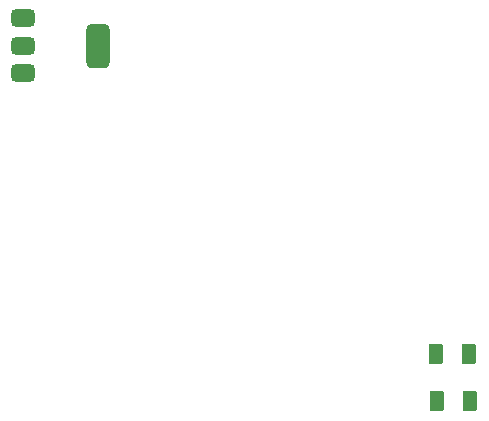
<source format=gbr>
%TF.GenerationSoftware,KiCad,Pcbnew,8.0.7-8.0.7-0~ubuntu22.04.1*%
%TF.CreationDate,2025-12-10T15:44:13+01:00*%
%TF.ProjectId,Electrobot-G474,456c6563-7472-46f6-926f-742d47343734,rev?*%
%TF.SameCoordinates,Original*%
%TF.FileFunction,Paste,Bot*%
%TF.FilePolarity,Positive*%
%FSLAX46Y46*%
G04 Gerber Fmt 4.6, Leading zero omitted, Abs format (unit mm)*
G04 Created by KiCad (PCBNEW 8.0.7-8.0.7-0~ubuntu22.04.1) date 2025-12-10 15:44:13*
%MOMM*%
%LPD*%
G01*
G04 APERTURE LIST*
G04 Aperture macros list*
%AMRoundRect*
0 Rectangle with rounded corners*
0 $1 Rounding radius*
0 $2 $3 $4 $5 $6 $7 $8 $9 X,Y pos of 4 corners*
0 Add a 4 corners polygon primitive as box body*
4,1,4,$2,$3,$4,$5,$6,$7,$8,$9,$2,$3,0*
0 Add four circle primitives for the rounded corners*
1,1,$1+$1,$2,$3*
1,1,$1+$1,$4,$5*
1,1,$1+$1,$6,$7*
1,1,$1+$1,$8,$9*
0 Add four rect primitives between the rounded corners*
20,1,$1+$1,$2,$3,$4,$5,0*
20,1,$1+$1,$4,$5,$6,$7,0*
20,1,$1+$1,$6,$7,$8,$9,0*
20,1,$1+$1,$8,$9,$2,$3,0*%
G04 Aperture macros list end*
%ADD10RoundRect,0.250000X-0.375000X-0.625000X0.375000X-0.625000X0.375000X0.625000X-0.375000X0.625000X0*%
%ADD11RoundRect,0.375000X-0.625000X-0.375000X0.625000X-0.375000X0.625000X0.375000X-0.625000X0.375000X0*%
%ADD12RoundRect,0.500000X-0.500000X-1.400000X0.500000X-1.400000X0.500000X1.400000X-0.500000X1.400000X0*%
G04 APERTURE END LIST*
D10*
%TO.C,D1*%
X133247500Y-96000000D03*
X136047500Y-96000000D03*
%TD*%
%TO.C,D2*%
X133187500Y-92090000D03*
X135987500Y-92090000D03*
%TD*%
D11*
%TO.C,Q1*%
X98230000Y-68240000D03*
X98230000Y-65940000D03*
D12*
X104530000Y-65940000D03*
D11*
X98230000Y-63640000D03*
%TD*%
M02*

</source>
